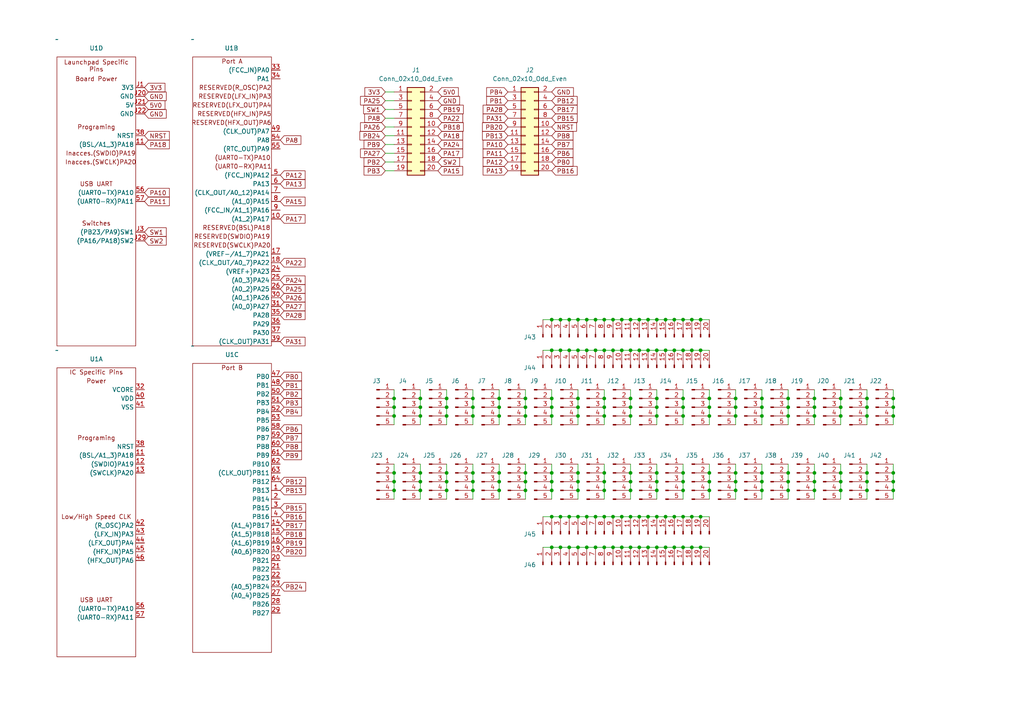
<source format=kicad_sch>
(kicad_sch (version 20230121) (generator eeschema)
  (paper "A4")
  (lib_symbols
    (symbol "Connector:Conn_01x05_Pin" (pin_names (offset 1.016) hide)
      (property "Reference" "J" (at 0 7.62 0))
      (property "Value" "Conn_01x05_Pin" (at 0 -7.62 0))
      (symbol "Conn_01x05_Pin_1_1"
        (pin passive line (at 5.08 5.08 180) (length 3.81) (name "Pin_1") (number "1"))
        (pin passive line (at 5.08 2.54 180) (length 3.81) (name "Pin_2") (number "2"))
        (pin passive line (at 5.08 0 180) (length 3.81) (name "Pin_3") (number "3"))
        (pin passive line (at 5.08 -2.54 180) (length 3.81) (name "Pin_4") (number "4"))
        (pin passive line (at 5.08 -5.08 180) (length 3.81) (name "Pin_5") (number "5"))
      )
    )
    (symbol "Connector:Conn_01x20_Pin" (pin_names (offset 1.016) hide)
      (property "Reference" "J" (at 0 25.4 0))
      (property "Value" "Conn_01x20_Pin" (at 0 -27.94 0))
      (symbol "Conn_01x20_Pin_1_1"
        (pin passive line (at 5.08 22.86 180) (length 3.81) (name "Pin_1") (number "1"))
        (pin passive line (at 5.08 0 180) (length 3.81) (name "Pin_10") (number "10"))
        (pin passive line (at 5.08 -2.54 180) (length 3.81) (name "Pin_11") (number "11"))
        (pin passive line (at 5.08 -5.08 180) (length 3.81) (name "Pin_12") (number "12"))
        (pin passive line (at 5.08 -7.62 180) (length 3.81) (name "Pin_13") (number "13"))
        (pin passive line (at 5.08 -10.16 180) (length 3.81) (name "Pin_14") (number "14"))
        (pin passive line (at 5.08 -12.7 180) (length 3.81) (name "Pin_15") (number "15"))
        (pin passive line (at 5.08 -15.24 180) (length 3.81) (name "Pin_16") (number "16"))
        (pin passive line (at 5.08 -17.78 180) (length 3.81) (name "Pin_17") (number "17"))
        (pin passive line (at 5.08 -20.32 180) (length 3.81) (name "Pin_18") (number "18"))
        (pin passive line (at 5.08 -22.86 180) (length 3.81) (name "Pin_19") (number "19"))
        (pin passive line (at 5.08 20.32 180) (length 3.81) (name "Pin_2") (number "2"))
        (pin passive line (at 5.08 -25.4 180) (length 3.81) (name "Pin_20") (number "20"))
        (pin passive line (at 5.08 17.78 180) (length 3.81) (name "Pin_3") (number "3"))
        (pin passive line (at 5.08 15.24 180) (length 3.81) (name "Pin_4") (number "4"))
        (pin passive line (at 5.08 12.7 180) (length 3.81) (name "Pin_5") (number "5"))
        (pin passive line (at 5.08 10.16 180) (length 3.81) (name "Pin_6") (number "6"))
        (pin passive line (at 5.08 7.62 180) (length 3.81) (name "Pin_7") (number "7"))
        (pin passive line (at 5.08 5.08 180) (length 3.81) (name "Pin_8") (number "8"))
        (pin passive line (at 5.08 2.54 180) (length 3.81) (name "Pin_9") (number "9"))
      )
    )
    (symbol "Connector_Generic:Conn_02x10_Odd_Even" (pin_names (offset 1.016) hide)
      (property "Reference" "J" (at 1.27 12.7 0))
      (property "Value" "Conn_02x10_Odd_Even" (at 1.27 -15.24 0))
      (symbol "Conn_02x10_Odd_Even_1_1"
        (pin passive line (at -5.08 10.16 0) (length 3.81) (name "Pin_1") (number "1"))
        (pin passive line (at 7.62 0 180) (length 3.81) (name "Pin_10") (number "10"))
        (pin passive line (at -5.08 -2.54 0) (length 3.81) (name "Pin_11") (number "11"))
        (pin passive line (at 7.62 -2.54 180) (length 3.81) (name "Pin_12") (number "12"))
        (pin passive line (at -5.08 -5.08 0) (length 3.81) (name "Pin_13") (number "13"))
        (pin passive line (at 7.62 -5.08 180) (length 3.81) (name "Pin_14") (number "14"))
        (pin passive line (at -5.08 -7.62 0) (length 3.81) (name "Pin_15") (number "15"))
        (pin passive line (at 7.62 -7.62 180) (length 3.81) (name "Pin_16") (number "16"))
        (pin passive line (at -5.08 -10.16 0) (length 3.81) (name "Pin_17") (number "17"))
        (pin passive line (at 7.62 -10.16 180) (length 3.81) (name "Pin_18") (number "18"))
        (pin passive line (at -5.08 -12.7 0) (length 3.81) (name "Pin_19") (number "19"))
        (pin passive line (at 7.62 10.16 180) (length 3.81) (name "Pin_2") (number "2"))
        (pin passive line (at 7.62 -12.7 180) (length 3.81) (name "Pin_20") (number "20"))
        (pin passive line (at -5.08 7.62 0) (length 3.81) (name "Pin_3") (number "3"))
        (pin passive line (at 7.62 7.62 180) (length 3.81) (name "Pin_4") (number "4"))
        (pin passive line (at -5.08 5.08 0) (length 3.81) (name "Pin_5") (number "5"))
        (pin passive line (at 7.62 5.08 180) (length 3.81) (name "Pin_6") (number "6"))
        (pin passive line (at -5.08 2.54 0) (length 3.81) (name "Pin_7") (number "7"))
        (pin passive line (at 7.62 2.54 180) (length 3.81) (name "Pin_8") (number "8"))
        (pin passive line (at -5.08 0 0) (length 3.81) (name "Pin_9") (number "9"))
      )
    )
    (symbol "ti_MSPM0G3507SPMx:TI_MSPM0_G3507_SPMx"
      (property "Reference" "U" (at 1.27 85.09 0))
      (symbol "TI_MSPM0_G3507_SPMx_1_1"
        (text "IC Specific Pins" (at 11.43 82.55 0) (effects (font (size 1.27 1.27))))
        (text "Low/High Speed CLK" (at 11.43 40.64 0) (effects (font (size 1.27 1.27))))
        (text "Power\n" (at 11.43 80.01 0) (effects (font (size 1.27 1.27))))
        (text "Programing" (at 11.43 63.5 0) (effects (font (size 1.27 1.27))))
        (text "USB UART" (at 11.43 16.51 0) (effects (font (size 1.27 1.27))))
        (pin bidirectional line (at 25.4 58.42 180) (length 2.54) (name "(BSL/A1_3)PA18") (number "11"))
        (pin bidirectional line (at 25.4 55.88 180) (length 2.54) (name "(SWDIO)PA19") (number "12"))
        (pin bidirectional line (at 25.4 53.34 180) (length 2.54) (name "(SWCLK)PA20") (number "13"))
        (pin bidirectional line (at 25.4 77.47 180) (length 2.54) (name "VCORE") (number "32"))
        (pin bidirectional line (at 25.4 60.96 180) (length 2.54) (name "NRST") (number "38"))
        (pin bidirectional line (at 25.4 74.93 180) (length 2.54) (name "VDD") (number "40"))
        (pin bidirectional line (at 25.4 72.39 180) (length 2.54) (name "VSS") (number "41"))
        (pin bidirectional line (at 25.4 38.1 180) (length 2.54) (name "(R_OSC)PA2") (number "42"))
        (pin bidirectional line (at 25.4 35.56 180) (length 2.54) (name "(LFX_IN)PA3") (number "43"))
        (pin bidirectional line (at 25.4 33.02 180) (length 2.54) (name "(LFX_OUT)PA4") (number "44"))
        (pin bidirectional line (at 25.4 30.48 180) (length 2.54) (name "(HFX_IN)PA5") (number "45"))
        (pin bidirectional line (at 25.4 27.94 180) (length 2.54) (name "(HFX_OUT)PA6") (number "46"))
        (pin bidirectional line (at 25.4 13.97 180) (length 2.54) (name "(UART0-TX)PA10") (number "56"))
        (pin bidirectional line (at 25.4 11.43 180) (length 2.54) (name "(UART0-RX)PA11") (number "57"))
      )
      (symbol "TI_MSPM0_G3507_SPMx_2_1"
        (text "(UART0-RX)PA11\n" (at 6.35 52.07 0) (effects (font (size 1.27 1.27)) (justify left)))
        (text "(UART0-TX)PA10" (at 6.35 54.61 0) (effects (font (size 1.27 1.27)) (justify left)))
        (text "Port A" (at 11.43 82.55 0) (effects (font (size 1.27 1.27))))
        (text "RESERVED(BSL)PA18\n" (at 12.7 34.29 0) (effects (font (size 1.27 1.27))))
        (text "RESERVED(HFX_IN)PA5" (at 22.86 67.31 0) (effects (font (size 1.27 1.27)) (justify right)))
        (text "RESERVED(HFX_OUT)PA6" (at 22.86 64.77 0) (effects (font (size 1.27 1.27)) (justify right)))
        (text "RESERVED(LFX_IN)PA3\n" (at 22.86 72.39 0) (effects (font (size 1.27 1.27)) (justify right)))
        (text "RESERVED(LFX_OUT)PA4\n" (at 22.86 69.85 0) (effects (font (size 1.27 1.27)) (justify right)))
        (text "RESERVED(R_OSC)PA2\n" (at 22.86 74.93 0) (effects (font (size 1.27 1.27)) (justify right)))
        (text "RESERVED(SWCLK)PA20" (at 11.43 29.21 0) (effects (font (size 1.27 1.27))))
        (text "RESERVED(SWDIO)PA19" (at 11.43 31.75 0) (effects (font (size 1.27 1.27))))
        (pin bidirectional line (at 25.4 36.83 180) (length 2.54) (name "(A1_2)PA17") (number "10"))
        (pin bidirectional line (at 25.4 26.67 180) (length 2.54) (name "(VREF-/A1_7)PA21") (number "17"))
        (pin bidirectional line (at 25.4 24.13 180) (length 2.54) (name "(CLK_OUT/A0_7)PA22") (number "18"))
        (pin bidirectional line (at 25.4 21.59 180) (length 2.54) (name "(VREF+)PA23") (number "24"))
        (pin bidirectional line (at 25.4 19.05 180) (length 2.54) (name "(A0_3)PA24") (number "25"))
        (pin bidirectional line (at 25.4 16.51 180) (length 2.54) (name "(A0_2)PA25") (number "26"))
        (pin bidirectional line (at 25.4 13.97 180) (length 2.54) (name "(A0_1)PA26") (number "30"))
        (pin bidirectional line (at 25.4 11.43 180) (length 2.54) (name "(A0_0)PA27") (number "31"))
        (pin bidirectional line (at 25.4 80.01 180) (length 2.54) (name "(FCC_IN)PA0") (number "33"))
        (pin bidirectional line (at 25.4 77.47 180) (length 2.54) (name "PA1") (number "34"))
        (pin bidirectional line (at 25.4 8.89 180) (length 2.54) (name "PA28") (number "35"))
        (pin bidirectional line (at 25.4 6.35 180) (length 2.54) (name "PA29") (number "36"))
        (pin bidirectional line (at 25.4 3.81 180) (length 2.54) (name "PA30") (number "37"))
        (pin bidirectional line (at 25.4 1.27 180) (length 2.54) (name "(CLK_OUT)PA31") (number "39"))
        (pin bidirectional line (at 25.4 62.23 180) (length 2.54) (name "(CLK_OUT)PA7") (number "49"))
        (pin bidirectional line (at 25.4 49.53 180) (length 2.54) (name "(FCC_IN)PA12") (number "5"))
        (pin bidirectional line (at 25.4 59.69 180) (length 2.54) (name "PA8") (number "54"))
        (pin bidirectional line (at 25.4 57.15 180) (length 2.54) (name "(RTC_OUT)PA9") (number "55"))
        (pin bidirectional line (at 25.4 46.99 180) (length 2.54) (name "PA13") (number "6"))
        (pin bidirectional line (at 25.4 44.45 180) (length 2.54) (name "(CLK_OUT/A0_12)PA14") (number "7"))
        (pin bidirectional line (at 25.4 41.91 180) (length 2.54) (name "(A1_0)PA15") (number "8"))
        (pin bidirectional line (at 25.4 39.37 180) (length 2.54) (name "(FCC_IN/A1_1)PA16") (number "9"))
      )
      (symbol "TI_MSPM0_G3507_SPMx_3_1"
        (text "Port B" (at 11.43 82.55 0) (effects (font (size 1.27 1.27))))
        (pin bidirectional line (at 25.4 46.99 180) (length 2.54) (name "PB13") (number "1"))
        (pin bidirectional line (at 25.4 36.83 180) (length 2.54) (name "(A1_4)PB17") (number "14"))
        (pin bidirectional line (at 25.4 34.29 180) (length 2.54) (name "(A1_5)PB18") (number "15"))
        (pin bidirectional line (at 25.4 31.75 180) (length 2.54) (name "(A1_6)PB19") (number "16"))
        (pin bidirectional line (at 25.4 29.21 180) (length 2.54) (name "(A0_6)PB20") (number "19"))
        (pin bidirectional line (at 25.4 44.45 180) (length 2.54) (name "PB14") (number "2"))
        (pin bidirectional line (at 25.4 26.67 180) (length 2.54) (name "PB21") (number "20"))
        (pin bidirectional line (at 25.4 24.13 180) (length 2.54) (name "PB22") (number "21"))
        (pin bidirectional line (at 25.4 21.59 180) (length 2.54) (name "PB23") (number "22"))
        (pin bidirectional line (at 25.4 19.05 180) (length 2.54) (name "(A0_5)PB24") (number "23"))
        (pin bidirectional line (at 25.4 16.51 180) (length 2.54) (name "(A0_4)PB25") (number "27"))
        (pin bidirectional line (at 25.4 13.97 180) (length 2.54) (name "PB26") (number "28"))
        (pin bidirectional line (at 25.4 11.43 180) (length 2.54) (name "PB27") (number "29"))
        (pin bidirectional line (at 25.4 41.91 180) (length 2.54) (name "PB15") (number "3"))
        (pin bidirectional line (at 25.4 39.37 180) (length 2.54) (name "PB16") (number "4"))
        (pin bidirectional line (at 25.4 80.01 180) (length 2.54) (name "PB0") (number "47"))
        (pin bidirectional line (at 25.4 77.47 180) (length 2.54) (name "PB1") (number "48"))
        (pin bidirectional line (at 25.4 74.93 180) (length 2.54) (name "PB2") (number "50"))
        (pin bidirectional line (at 25.4 72.39 180) (length 2.54) (name "PB3") (number "51"))
        (pin bidirectional line (at 25.4 69.85 180) (length 2.54) (name "PB4") (number "52"))
        (pin bidirectional line (at 25.4 67.31 180) (length 2.54) (name "PB5") (number "53"))
        (pin bidirectional line (at 25.4 64.77 180) (length 2.54) (name "PB6") (number "58"))
        (pin bidirectional line (at 25.4 62.23 180) (length 2.54) (name "PB7") (number "59"))
        (pin bidirectional line (at 25.4 59.69 180) (length 2.54) (name "PB8") (number "60"))
        (pin bidirectional line (at 25.4 57.15 180) (length 2.54) (name "PB9") (number "61"))
        (pin bidirectional line (at 25.4 54.61 180) (length 2.54) (name "PB10") (number "62"))
        (pin bidirectional line (at 25.4 52.07 180) (length 2.54) (name "(CLK_OUT)PB11") (number "63"))
        (pin bidirectional line (at 25.4 49.53 180) (length 2.54) (name "PB12") (number "64"))
      )
      (symbol "TI_MSPM0_G3507_SPMx_4_1"
        (text "Board Power" (at 11.43 77.47 0) (effects (font (size 1.27 1.27))))
        (text "Inacces.(SWCLK)PA20" (at 12.7 53.34 0) (effects (font (size 1.27 1.27))))
        (text "Inacces.(SWDIO)PA19" (at 12.7 55.88 0) (effects (font (size 1.27 1.27))))
        (text "Launchpad Specific\nPins" (at 11.43 81.28 0) (effects (font (size 1.27 1.27))))
        (text "Programing" (at 11.43 63.5 0) (effects (font (size 1.27 1.27))))
        (text "Switches" (at 11.43 35.56 0) (effects (font (size 1.27 1.27))))
        (text "USB UART" (at 11.43 46.99 0) (effects (font (size 1.27 1.27))))
        (pin bidirectional line (at 25.4 58.42 180) (length 2.54) (name "(BSL/A1_3)PA18") (number "11"))
        (pin bidirectional line (at 25.4 60.96 180) (length 2.54) (name "NRST") (number "38"))
        (pin bidirectional line (at 25.4 44.45 180) (length 2.54) (name "(UART0-TX)PA10") (number "56"))
        (pin bidirectional line (at 25.4 41.91 180) (length 2.54) (name "(UART0-RX)PA11") (number "57"))
        (pin bidirectional line (at 25.4 74.93 180) (length 2.54) (name "3V3") (number "J1"))
        (pin bidirectional line (at 25.4 72.39 180) (length 2.54) (name "GND") (number "J20"))
        (pin bidirectional line (at 25.4 69.85 180) (length 2.54) (name "5V") (number "J21"))
        (pin bidirectional line (at 25.4 67.31 180) (length 2.54) (name "GND") (number "J22"))
        (pin bidirectional line (at 25.4 30.48 180) (length 2.54) (name "(PA16/PA18)SW2") (number "J29"))
        (pin bidirectional line (at 25.4 33.02 180) (length 2.54) (name "(PB23/PA9)SW1") (number "J3"))
      )
    )
  )
  (junction (at 180.34 101.6))
  (junction (at 160.02 137.16))
  (junction (at 152.4 120.65))
  (junction (at 228.6 137.16))
  (junction (at 251.46 139.7))
  (junction (at 187.96 92.71))
  (junction (at 187.96 158.75))
  (junction (at 182.88 118.11))
  (junction (at 162.56 149.86))
  (junction (at 198.12 137.16))
  (junction (at 167.64 118.11))
  (junction (at 190.5 120.65))
  (junction (at 160.02 139.7))
  (junction (at 144.78 120.65))
  (junction (at 160.02 149.86))
  (junction (at 137.16 137.16))
  (junction (at 152.4 139.7))
  (junction (at 205.74 118.11))
  (junction (at 121.92 120.65))
  (junction (at 182.88 142.24))
  (junction (at 259.08 142.24))
  (junction (at 165.1 149.86))
  (junction (at 190.5 158.75))
  (junction (at 167.64 92.71))
  (junction (at 175.26 139.7))
  (junction (at 259.08 137.16))
  (junction (at 213.36 139.7))
  (junction (at 213.36 120.65))
  (junction (at 152.4 118.11))
  (junction (at 228.6 115.57))
  (junction (at 193.04 92.71))
  (junction (at 243.84 137.16))
  (junction (at 213.36 115.57))
  (junction (at 167.64 139.7))
  (junction (at 165.1 92.71))
  (junction (at 220.98 142.24))
  (junction (at 198.12 149.86))
  (junction (at 251.46 120.65))
  (junction (at 144.78 142.24))
  (junction (at 182.88 92.71))
  (junction (at 190.5 149.86))
  (junction (at 200.66 149.86))
  (junction (at 165.1 101.6))
  (junction (at 185.42 158.75))
  (junction (at 193.04 158.75))
  (junction (at 251.46 115.57))
  (junction (at 182.88 158.75))
  (junction (at 129.54 118.11))
  (junction (at 220.98 139.7))
  (junction (at 114.3 142.24))
  (junction (at 190.5 142.24))
  (junction (at 243.84 115.57))
  (junction (at 182.88 137.16))
  (junction (at 137.16 120.65))
  (junction (at 167.64 120.65))
  (junction (at 190.5 115.57))
  (junction (at 114.3 137.16))
  (junction (at 205.74 137.16))
  (junction (at 203.2 149.86))
  (junction (at 190.5 101.6))
  (junction (at 198.12 120.65))
  (junction (at 170.18 158.75))
  (junction (at 160.02 115.57))
  (junction (at 160.02 101.6))
  (junction (at 177.8 158.75))
  (junction (at 205.74 120.65))
  (junction (at 167.64 137.16))
  (junction (at 170.18 92.71))
  (junction (at 190.5 92.71))
  (junction (at 175.26 101.6))
  (junction (at 228.6 120.65))
  (junction (at 259.08 115.57))
  (junction (at 180.34 149.86))
  (junction (at 175.26 118.11))
  (junction (at 205.74 115.57))
  (junction (at 182.88 120.65))
  (junction (at 228.6 118.11))
  (junction (at 190.5 139.7))
  (junction (at 195.58 158.75))
  (junction (at 170.18 101.6))
  (junction (at 182.88 115.57))
  (junction (at 165.1 158.75))
  (junction (at 129.54 120.65))
  (junction (at 162.56 92.71))
  (junction (at 129.54 142.24))
  (junction (at 175.26 158.75))
  (junction (at 243.84 120.65))
  (junction (at 114.3 139.7))
  (junction (at 121.92 137.16))
  (junction (at 121.92 142.24))
  (junction (at 200.66 92.71))
  (junction (at 167.64 115.57))
  (junction (at 200.66 158.75))
  (junction (at 243.84 118.11))
  (junction (at 187.96 149.86))
  (junction (at 190.5 118.11))
  (junction (at 185.42 101.6))
  (junction (at 137.16 115.57))
  (junction (at 213.36 118.11))
  (junction (at 160.02 158.75))
  (junction (at 193.04 101.6))
  (junction (at 198.12 92.71))
  (junction (at 160.02 118.11))
  (junction (at 160.02 142.24))
  (junction (at 175.26 137.16))
  (junction (at 228.6 139.7))
  (junction (at 144.78 139.7))
  (junction (at 236.22 139.7))
  (junction (at 162.56 101.6))
  (junction (at 251.46 137.16))
  (junction (at 175.26 120.65))
  (junction (at 243.84 142.24))
  (junction (at 175.26 149.86))
  (junction (at 213.36 137.16))
  (junction (at 203.2 101.6))
  (junction (at 185.42 149.86))
  (junction (at 162.56 158.75))
  (junction (at 175.26 115.57))
  (junction (at 220.98 118.11))
  (junction (at 203.2 158.75))
  (junction (at 236.22 142.24))
  (junction (at 175.26 142.24))
  (junction (at 137.16 139.7))
  (junction (at 228.6 142.24))
  (junction (at 144.78 118.11))
  (junction (at 167.64 149.86))
  (junction (at 220.98 120.65))
  (junction (at 121.92 139.7))
  (junction (at 195.58 101.6))
  (junction (at 198.12 115.57))
  (junction (at 172.72 92.71))
  (junction (at 220.98 137.16))
  (junction (at 185.42 92.71))
  (junction (at 170.18 149.86))
  (junction (at 200.66 101.6))
  (junction (at 172.72 158.75))
  (junction (at 193.04 149.86))
  (junction (at 177.8 149.86))
  (junction (at 195.58 92.71))
  (junction (at 198.12 101.6))
  (junction (at 129.54 139.7))
  (junction (at 144.78 137.16))
  (junction (at 182.88 139.7))
  (junction (at 152.4 137.16))
  (junction (at 251.46 142.24))
  (junction (at 175.26 92.71))
  (junction (at 167.64 142.24))
  (junction (at 114.3 120.65))
  (junction (at 236.22 118.11))
  (junction (at 177.8 101.6))
  (junction (at 203.2 92.71))
  (junction (at 180.34 158.75))
  (junction (at 129.54 137.16))
  (junction (at 190.5 137.16))
  (junction (at 121.92 118.11))
  (junction (at 259.08 139.7))
  (junction (at 259.08 118.11))
  (junction (at 114.3 118.11))
  (junction (at 195.58 149.86))
  (junction (at 198.12 139.7))
  (junction (at 167.64 158.75))
  (junction (at 137.16 142.24))
  (junction (at 177.8 92.71))
  (junction (at 152.4 115.57))
  (junction (at 187.96 101.6))
  (junction (at 220.98 115.57))
  (junction (at 243.84 139.7))
  (junction (at 144.78 115.57))
  (junction (at 172.72 101.6))
  (junction (at 182.88 101.6))
  (junction (at 129.54 115.57))
  (junction (at 213.36 142.24))
  (junction (at 236.22 137.16))
  (junction (at 236.22 120.65))
  (junction (at 160.02 120.65))
  (junction (at 251.46 118.11))
  (junction (at 121.92 115.57))
  (junction (at 205.74 142.24))
  (junction (at 236.22 115.57))
  (junction (at 259.08 120.65))
  (junction (at 198.12 142.24))
  (junction (at 152.4 142.24))
  (junction (at 198.12 118.11))
  (junction (at 172.72 149.86))
  (junction (at 160.02 92.71))
  (junction (at 205.74 139.7))
  (junction (at 114.3 115.57))
  (junction (at 198.12 158.75))
  (junction (at 137.16 118.11))
  (junction (at 182.88 149.86))
  (junction (at 180.34 92.71))
  (junction (at 167.64 101.6))
  (wire (pts (xy 121.92 118.11) (xy 121.92 120.65)))
  (wire (pts (xy 187.96 158.75) (xy 190.5 158.75)))
  (wire (pts (xy 137.16 134.62) (xy 137.16 137.16)))
  (wire (pts (xy 198.12 118.11) (xy 198.12 120.65)))
  (wire (pts (xy 220.98 118.11) (xy 220.98 120.65)))
  (wire (pts (xy 167.64 149.86) (xy 170.18 149.86)))
  (wire (pts (xy 167.64 158.75) (xy 170.18 158.75)))
  (wire (pts (xy 182.88 120.65) (xy 182.88 123.19)))
  (wire (pts (xy 180.34 101.6) (xy 182.88 101.6)))
  (wire (pts (xy 177.8 149.86) (xy 180.34 149.86)))
  (wire (pts (xy 182.88 115.57) (xy 182.88 118.11)))
  (wire (pts (xy 187.96 101.6) (xy 190.5 101.6)))
  (wire (pts (xy 180.34 92.71) (xy 182.88 92.71)))
  (wire (pts (xy 236.22 118.11) (xy 236.22 120.65)))
  (wire (pts (xy 157.48 149.86) (xy 160.02 149.86)))
  (wire (pts (xy 162.56 158.75) (xy 165.1 158.75)))
  (wire (pts (xy 137.16 120.65) (xy 137.16 123.19)))
  (wire (pts (xy 243.84 142.24) (xy 243.84 144.78)))
  (wire (pts (xy 193.04 158.75) (xy 195.58 158.75)))
  (wire (pts (xy 220.98 139.7) (xy 220.98 142.24)))
  (wire (pts (xy 182.88 139.7) (xy 182.88 142.24)))
  (wire (pts (xy 152.4 139.7) (xy 152.4 142.24)))
  (wire (pts (xy 182.88 137.16) (xy 182.88 139.7)))
  (wire (pts (xy 152.4 137.16) (xy 152.4 139.7)))
  (wire (pts (xy 167.64 137.16) (xy 167.64 139.7)))
  (wire (pts (xy 144.78 115.57) (xy 144.78 118.11)))
  (wire (pts (xy 259.08 139.7) (xy 259.08 142.24)))
  (wire (pts (xy 193.04 101.6) (xy 195.58 101.6)))
  (wire (pts (xy 182.88 142.24) (xy 182.88 144.78)))
  (wire (pts (xy 213.36 120.65) (xy 213.36 123.19)))
  (wire (pts (xy 251.46 120.65) (xy 251.46 123.19)))
  (wire (pts (xy 182.88 149.86) (xy 185.42 149.86)))
  (wire (pts (xy 121.92 137.16) (xy 121.92 139.7)))
  (wire (pts (xy 175.26 120.65) (xy 175.26 123.19)))
  (wire (pts (xy 111.76 29.21) (xy 114.3 29.21)))
  (wire (pts (xy 205.74 134.62) (xy 205.74 137.16)))
  (wire (pts (xy 144.78 120.65) (xy 144.78 123.19)))
  (wire (pts (xy 121.92 134.62) (xy 121.92 137.16)))
  (wire (pts (xy 182.88 113.03) (xy 182.88 115.57)))
  (wire (pts (xy 251.46 137.16) (xy 251.46 139.7)))
  (wire (pts (xy 175.26 158.75) (xy 177.8 158.75)))
  (wire (pts (xy 220.98 120.65) (xy 220.98 123.19)))
  (wire (pts (xy 220.98 142.24) (xy 220.98 144.78)))
  (wire (pts (xy 152.4 113.03) (xy 152.4 115.57)))
  (wire (pts (xy 160.02 158.75) (xy 162.56 158.75)))
  (wire (pts (xy 167.64 101.6) (xy 170.18 101.6)))
  (wire (pts (xy 157.48 158.75) (xy 160.02 158.75)))
  (wire (pts (xy 167.64 115.57) (xy 167.64 118.11)))
  (wire (pts (xy 165.1 101.6) (xy 167.64 101.6)))
  (wire (pts (xy 162.56 92.71) (xy 165.1 92.71)))
  (wire (pts (xy 175.26 118.11) (xy 175.26 120.65)))
  (wire (pts (xy 185.42 92.71) (xy 187.96 92.71)))
  (wire (pts (xy 259.08 120.65) (xy 259.08 123.19)))
  (wire (pts (xy 152.4 118.11) (xy 152.4 120.65)))
  (wire (pts (xy 198.12 120.65) (xy 198.12 123.19)))
  (wire (pts (xy 200.66 149.86) (xy 203.2 149.86)))
  (wire (pts (xy 213.36 137.16) (xy 213.36 139.7)))
  (wire (pts (xy 243.84 134.62) (xy 243.84 137.16)))
  (wire (pts (xy 228.6 115.57) (xy 228.6 118.11)))
  (wire (pts (xy 152.4 134.62) (xy 152.4 137.16)))
  (wire (pts (xy 175.26 113.03) (xy 175.26 115.57)))
  (wire (pts (xy 228.6 139.7) (xy 228.6 142.24)))
  (wire (pts (xy 165.1 92.71) (xy 167.64 92.71)))
  (wire (pts (xy 259.08 137.16) (xy 259.08 139.7)))
  (wire (pts (xy 114.3 120.65) (xy 114.3 123.19)))
  (wire (pts (xy 259.08 142.24) (xy 259.08 144.78)))
  (wire (pts (xy 170.18 149.86) (xy 172.72 149.86)))
  (wire (pts (xy 203.2 92.71) (xy 205.74 92.71)))
  (wire (pts (xy 137.16 113.03) (xy 137.16 115.57)))
  (wire (pts (xy 243.84 115.57) (xy 243.84 118.11)))
  (wire (pts (xy 198.12 139.7) (xy 198.12 142.24)))
  (wire (pts (xy 114.3 115.57) (xy 114.3 118.11)))
  (wire (pts (xy 190.5 120.65) (xy 190.5 123.19)))
  (wire (pts (xy 213.36 118.11) (xy 213.36 120.65)))
  (wire (pts (xy 175.26 149.86) (xy 177.8 149.86)))
  (wire (pts (xy 198.12 101.6) (xy 200.66 101.6)))
  (wire (pts (xy 180.34 149.86) (xy 182.88 149.86)))
  (wire (pts (xy 167.64 120.65) (xy 167.64 123.19)))
  (wire (pts (xy 157.48 92.71) (xy 160.02 92.71)))
  (wire (pts (xy 182.88 118.11) (xy 182.88 120.65)))
  (wire (pts (xy 175.26 101.6) (xy 177.8 101.6)))
  (wire (pts (xy 111.76 49.53) (xy 114.3 49.53)))
  (wire (pts (xy 190.5 149.86) (xy 193.04 149.86)))
  (wire (pts (xy 200.66 101.6) (xy 203.2 101.6)))
  (wire (pts (xy 144.78 137.16) (xy 144.78 139.7)))
  (wire (pts (xy 152.4 142.24) (xy 152.4 144.78)))
  (wire (pts (xy 205.74 139.7) (xy 205.74 142.24)))
  (wire (pts (xy 200.66 158.75) (xy 203.2 158.75)))
  (wire (pts (xy 129.54 115.57) (xy 129.54 118.11)))
  (wire (pts (xy 137.16 142.24) (xy 137.16 144.78)))
  (wire (pts (xy 111.76 36.83) (xy 114.3 36.83)))
  (wire (pts (xy 228.6 113.03) (xy 228.6 115.57)))
  (wire (pts (xy 170.18 158.75) (xy 172.72 158.75)))
  (wire (pts (xy 251.46 118.11) (xy 251.46 120.65)))
  (wire (pts (xy 236.22 142.24) (xy 236.22 144.78)))
  (wire (pts (xy 190.5 92.71) (xy 193.04 92.71)))
  (wire (pts (xy 160.02 142.24) (xy 160.02 144.78)))
  (wire (pts (xy 190.5 113.03) (xy 190.5 115.57)))
  (wire (pts (xy 165.1 158.75) (xy 167.64 158.75)))
  (wire (pts (xy 177.8 92.71) (xy 180.34 92.71)))
  (wire (pts (xy 170.18 92.71) (xy 172.72 92.71)))
  (wire (pts (xy 114.3 118.11) (xy 114.3 120.65)))
  (wire (pts (xy 259.08 113.03) (xy 259.08 115.57)))
  (wire (pts (xy 259.08 134.62) (xy 259.08 137.16)))
  (wire (pts (xy 121.92 120.65) (xy 121.92 123.19)))
  (wire (pts (xy 160.02 139.7) (xy 160.02 142.24)))
  (wire (pts (xy 220.98 134.62) (xy 220.98 137.16)))
  (wire (pts (xy 243.84 137.16) (xy 243.84 139.7)))
  (wire (pts (xy 243.84 139.7) (xy 243.84 142.24)))
  (wire (pts (xy 198.12 142.24) (xy 198.12 144.78)))
  (wire (pts (xy 157.48 101.6) (xy 160.02 101.6)))
  (wire (pts (xy 160.02 134.62) (xy 160.02 137.16)))
  (wire (pts (xy 190.5 158.75) (xy 193.04 158.75)))
  (wire (pts (xy 198.12 92.71) (xy 200.66 92.71)))
  (wire (pts (xy 195.58 158.75) (xy 198.12 158.75)))
  (wire (pts (xy 243.84 120.65) (xy 243.84 123.19)))
  (wire (pts (xy 203.2 149.86) (xy 205.74 149.86)))
  (wire (pts (xy 167.64 92.71) (xy 170.18 92.71)))
  (wire (pts (xy 111.76 44.45) (xy 114.3 44.45)))
  (wire (pts (xy 177.8 158.75) (xy 180.34 158.75)))
  (wire (pts (xy 144.78 134.62) (xy 144.78 137.16)))
  (wire (pts (xy 129.54 142.24) (xy 129.54 144.78)))
  (wire (pts (xy 144.78 139.7) (xy 144.78 142.24)))
  (wire (pts (xy 129.54 120.65) (xy 129.54 123.19)))
  (wire (pts (xy 228.6 137.16) (xy 228.6 139.7)))
  (wire (pts (xy 175.26 92.71) (xy 177.8 92.71)))
  (wire (pts (xy 129.54 137.16) (xy 129.54 139.7)))
  (wire (pts (xy 121.92 113.03) (xy 121.92 115.57)))
  (wire (pts (xy 111.76 39.37) (xy 114.3 39.37)))
  (wire (pts (xy 198.12 149.86) (xy 200.66 149.86)))
  (wire (pts (xy 236.22 113.03) (xy 236.22 115.57)))
  (wire (pts (xy 111.76 41.91) (xy 114.3 41.91)))
  (wire (pts (xy 121.92 142.24) (xy 121.92 144.78)))
  (wire (pts (xy 182.88 158.75) (xy 185.42 158.75)))
  (wire (pts (xy 167.64 113.03) (xy 167.64 115.57)))
  (wire (pts (xy 220.98 113.03) (xy 220.98 115.57)))
  (wire (pts (xy 190.5 137.16) (xy 190.5 139.7)))
  (wire (pts (xy 182.88 101.6) (xy 185.42 101.6)))
  (wire (pts (xy 111.76 31.75) (xy 114.3 31.75)))
  (wire (pts (xy 203.2 101.6) (xy 205.74 101.6)))
  (wire (pts (xy 236.22 137.16) (xy 236.22 139.7)))
  (wire (pts (xy 162.56 101.6) (xy 165.1 101.6)))
  (wire (pts (xy 152.4 120.65) (xy 152.4 123.19)))
  (wire (pts (xy 213.36 139.7) (xy 213.36 142.24)))
  (wire (pts (xy 160.02 149.86) (xy 162.56 149.86)))
  (wire (pts (xy 129.54 139.7) (xy 129.54 142.24)))
  (wire (pts (xy 259.08 118.11) (xy 259.08 120.65)))
  (wire (pts (xy 251.46 113.03) (xy 251.46 115.57)))
  (wire (pts (xy 198.12 137.16) (xy 198.12 139.7)))
  (wire (pts (xy 114.3 134.62) (xy 114.3 137.16)))
  (wire (pts (xy 111.76 26.67) (xy 114.3 26.67)))
  (wire (pts (xy 187.96 149.86) (xy 190.5 149.86)))
  (wire (pts (xy 198.12 115.57) (xy 198.12 118.11)))
  (wire (pts (xy 243.84 113.03) (xy 243.84 115.57)))
  (wire (pts (xy 195.58 149.86) (xy 198.12 149.86)))
  (wire (pts (xy 160.02 101.6) (xy 162.56 101.6)))
  (wire (pts (xy 236.22 139.7) (xy 236.22 142.24)))
  (wire (pts (xy 129.54 118.11) (xy 129.54 120.65)))
  (wire (pts (xy 190.5 101.6) (xy 193.04 101.6)))
  (wire (pts (xy 213.36 134.62) (xy 213.36 137.16)))
  (wire (pts (xy 111.76 46.99) (xy 114.3 46.99)))
  (wire (pts (xy 111.76 34.29) (xy 114.3 34.29)))
  (wire (pts (xy 198.12 113.03) (xy 198.12 115.57)))
  (wire (pts (xy 251.46 115.57) (xy 251.46 118.11)))
  (wire (pts (xy 259.08 115.57) (xy 259.08 118.11)))
  (wire (pts (xy 144.78 142.24) (xy 144.78 144.78)))
  (wire (pts (xy 205.74 115.57) (xy 205.74 118.11)))
  (wire (pts (xy 185.42 149.86) (xy 187.96 149.86)))
  (wire (pts (xy 167.64 139.7) (xy 167.64 142.24)))
  (wire (pts (xy 160.02 113.03) (xy 160.02 115.57)))
  (wire (pts (xy 198.12 158.75) (xy 200.66 158.75)))
  (wire (pts (xy 190.5 115.57) (xy 190.5 118.11)))
  (wire (pts (xy 152.4 115.57) (xy 152.4 118.11)))
  (wire (pts (xy 185.42 158.75) (xy 187.96 158.75)))
  (wire (pts (xy 172.72 158.75) (xy 175.26 158.75)))
  (wire (pts (xy 160.02 120.65) (xy 160.02 123.19)))
  (wire (pts (xy 170.18 101.6) (xy 172.72 101.6)))
  (wire (pts (xy 200.66 92.71) (xy 203.2 92.71)))
  (wire (pts (xy 129.54 134.62) (xy 129.54 137.16)))
  (wire (pts (xy 205.74 113.03) (xy 205.74 115.57)))
  (wire (pts (xy 167.64 142.24) (xy 167.64 144.78)))
  (wire (pts (xy 251.46 134.62) (xy 251.46 137.16)))
  (wire (pts (xy 175.26 142.24) (xy 175.26 144.78)))
  (wire (pts (xy 175.26 139.7) (xy 175.26 142.24)))
  (wire (pts (xy 193.04 92.71) (xy 195.58 92.71)))
  (wire (pts (xy 114.3 139.7) (xy 114.3 142.24)))
  (wire (pts (xy 213.36 113.03) (xy 213.36 115.57)))
  (wire (pts (xy 203.2 158.75) (xy 205.74 158.75)))
  (wire (pts (xy 205.74 137.16) (xy 205.74 139.7)))
  (wire (pts (xy 137.16 115.57) (xy 137.16 118.11)))
  (wire (pts (xy 190.5 134.62) (xy 190.5 137.16)))
  (wire (pts (xy 236.22 134.62) (xy 236.22 137.16)))
  (wire (pts (xy 137.16 137.16) (xy 137.16 139.7)))
  (wire (pts (xy 129.54 113.03) (xy 129.54 115.57)))
  (wire (pts (xy 251.46 142.24) (xy 251.46 144.78)))
  (wire (pts (xy 213.36 142.24) (xy 213.36 144.78)))
  (wire (pts (xy 160.02 92.71) (xy 162.56 92.71)))
  (wire (pts (xy 160.02 115.57) (xy 160.02 118.11)))
  (wire (pts (xy 228.6 120.65) (xy 228.6 123.19)))
  (wire (pts (xy 162.56 149.86) (xy 165.1 149.86)))
  (wire (pts (xy 144.78 118.11) (xy 144.78 120.65)))
  (wire (pts (xy 195.58 101.6) (xy 198.12 101.6)))
  (wire (pts (xy 185.42 101.6) (xy 187.96 101.6)))
  (wire (pts (xy 205.74 118.11) (xy 205.74 120.65)))
  (wire (pts (xy 160.02 137.16) (xy 160.02 139.7)))
  (wire (pts (xy 167.64 118.11) (xy 167.64 120.65)))
  (wire (pts (xy 114.3 113.03) (xy 114.3 115.57)))
  (wire (pts (xy 172.72 101.6) (xy 175.26 101.6)))
  (wire (pts (xy 160.02 118.11) (xy 160.02 120.65)))
  (wire (pts (xy 193.04 149.86) (xy 195.58 149.86)))
  (wire (pts (xy 175.26 137.16) (xy 175.26 139.7)))
  (wire (pts (xy 121.92 139.7) (xy 121.92 142.24)))
  (wire (pts (xy 137.16 139.7) (xy 137.16 142.24)))
  (wire (pts (xy 236.22 115.57) (xy 236.22 118.11)))
  (wire (pts (xy 190.5 139.7) (xy 190.5 142.24)))
  (wire (pts (xy 213.36 115.57) (xy 213.36 118.11)))
  (wire (pts (xy 228.6 118.11) (xy 228.6 120.65)))
  (wire (pts (xy 205.74 142.24) (xy 205.74 144.78)))
  (wire (pts (xy 182.88 92.71) (xy 185.42 92.71)))
  (wire (pts (xy 220.98 137.16) (xy 220.98 139.7)))
  (wire (pts (xy 195.58 92.71) (xy 198.12 92.71)))
  (wire (pts (xy 198.12 134.62) (xy 198.12 137.16)))
  (wire (pts (xy 228.6 142.24) (xy 228.6 144.78)))
  (wire (pts (xy 251.46 139.7) (xy 251.46 142.24)))
  (wire (pts (xy 175.26 115.57) (xy 175.26 118.11)))
  (wire (pts (xy 137.16 118.11) (xy 137.16 120.65)))
  (wire (pts (xy 114.3 142.24) (xy 114.3 144.78)))
  (wire (pts (xy 165.1 149.86) (xy 167.64 149.86)))
  (wire (pts (xy 175.26 134.62) (xy 175.26 137.16)))
  (wire (pts (xy 243.84 118.11) (xy 243.84 120.65)))
  (wire (pts (xy 236.22 120.65) (xy 236.22 123.19)))
  (wire (pts (xy 205.74 120.65) (xy 205.74 123.19)))
  (wire (pts (xy 177.8 101.6) (xy 180.34 101.6)))
  (wire (pts (xy 121.92 115.57) (xy 121.92 118.11)))
  (wire (pts (xy 180.34 158.75) (xy 182.88 158.75)))
  (wire (pts (xy 190.5 118.11) (xy 190.5 120.65)))
  (wire (pts (xy 172.72 149.86) (xy 175.26 149.86)))
  (wire (pts (xy 220.98 115.57) (xy 220.98 118.11)))
  (wire (pts (xy 228.6 134.62) (xy 228.6 137.16)))
  (wire (pts (xy 187.96 92.71) (xy 190.5 92.71)))
  (wire (pts (xy 182.88 134.62) (xy 182.88 137.16)))
  (wire (pts (xy 144.78 113.03) (xy 144.78 115.57)))
  (wire (pts (xy 190.5 142.24) (xy 190.5 144.78)))
  (wire (pts (xy 167.64 134.62) (xy 167.64 137.16)))
  (wire (pts (xy 172.72 92.71) (xy 175.26 92.71)))
  (wire (pts (xy 114.3 137.16) (xy 114.3 139.7)))
  (global_label "5V0" (shape input) (at 41.91 30.48 0) (property "Intersheetrefs" "${INTERSHEET_REFS}" (effects hide)))
  (global_label "PA24" (shape input) (at 81.28 81.28 0) (property "Intersheetrefs" "${INTERSHEET_REFS}" (effects hide)))
  (global_label "NRST" (shape input) (at 41.91 39.37 0) (property "Intersheetrefs" "${INTERSHEET_REFS}" (effects hide)))
  (global_label "PB18" (shape input) (at 127 36.83 0) (property "Intersheetrefs" "${INTERSHEET_REFS}" (effects hide)))
  (global_label "PB8" (shape input) (at 81.28 129.54 0) (property "Intersheetrefs" "${INTERSHEET_REFS}" (effects hide)))
  (global_label "PA31" (shape input) (at 81.28 99.06 0) (property "Intersheetrefs" "${INTERSHEET_REFS}" (effects hide)))
  (global_label "PA25" (shape input) (at 111.76 29.21 180) (property "Intersheetrefs" "${INTERSHEET_REFS}" (effects hide)))
  (global_label "PB24" (shape input) (at 81.28 170.18 0) (property "Intersheetrefs" "${INTERSHEET_REFS}" (effects hide)))
  (global_label "PB6" (shape input) (at 81.28 124.46 0) (property "Intersheetrefs" "${INTERSHEET_REFS}" (effects hide)))
  (global_label "PB20" (shape input) (at 81.28 160.02 0) (property "Intersheetrefs" "${INTERSHEET_REFS}" (effects hide)))
  (global_label "GND" (shape input) (at 160.02 26.67 0) (property "Intersheetrefs" "${INTERSHEET_REFS}" (effects hide)))
  (global_label "PA26" (shape input) (at 81.28 86.36 0) (property "Intersheetrefs" "${INTERSHEET_REFS}" (effects hide)))
  (global_label "3V3" (shape input) (at 41.91 25.4 0) (property "Intersheetrefs" "${INTERSHEET_REFS}" (effects hide)))
  (global_label "PB3" (shape input) (at 81.28 116.84 0) (property "Intersheetrefs" "${INTERSHEET_REFS}" (effects hide)))
  (global_label "PB12" (shape input) (at 160.02 29.21 0) (property "Intersheetrefs" "${INTERSHEET_REFS}" (effects hide)))
  (global_label "PB12" (shape input) (at 81.28 139.7 0) (property "Intersheetrefs" "${INTERSHEET_REFS}" (effects hide)))
  (global_label "PA17" (shape input) (at 81.28 63.5 0) (property "Intersheetrefs" "${INTERSHEET_REFS}" (effects hide)))
  (global_label "GND" (shape input) (at 41.91 27.94 0) (property "Intersheetrefs" "${INTERSHEET_REFS}" (effects hide)))
  (global_label "PA11" (shape input) (at 147.32 44.45 180) (property "Intersheetrefs" "${INTERSHEET_REFS}" (effects hide)))
  (global_label "PB17" (shape input) (at 160.02 31.75 0) (property "Intersheetrefs" "${INTERSHEET_REFS}" (effects hide)))
  (global_label "PA15" (shape input) (at 81.28 58.42 0) (property "Intersheetrefs" "${INTERSHEET_REFS}" (effects hide)))
  (global_label "PB9" (shape input) (at 81.28 132.08 0) (property "Intersheetrefs" "${INTERSHEET_REFS}" (effects hide)))
  (global_label "PB1" (shape input) (at 81.28 111.76 0) (property "Intersheetrefs" "${INTERSHEET_REFS}" (effects hide)))
  (global_label "PB24" (shape input) (at 111.76 39.37 180) (property "Intersheetrefs" "${INTERSHEET_REFS}" (effects hide)))
  (global_label "PA18" (shape input) (at 41.91 41.91 0) (property "Intersheetrefs" "${INTERSHEET_REFS}" (effects hide)))
  (global_label "SW1" (shape input) (at 41.91 67.31 0) (property "Intersheetrefs" "${INTERSHEET_REFS}" (effects hide)))
  (global_label "PB2" (shape input) (at 111.76 46.99 180) (property "Intersheetrefs" "${INTERSHEET_REFS}" (effects hide)))
  (global_label "SW2" (shape input) (at 41.91 69.85 0) (property "Intersheetrefs" "${INTERSHEET_REFS}" (effects hide)))
  (global_label "PB2" (shape input) (at 81.28 114.3 0) (property "Intersheetrefs" "${INTERSHEET_REFS}" (effects hide)))
  (global_label "PA17" (shape input) (at 127 44.45 0) (property "Intersheetrefs" "${INTERSHEET_REFS}" (effects hide)))
  (global_label "GND" (shape input) (at 41.91 33.02 0) (property "Intersheetrefs" "${INTERSHEET_REFS}" (effects hide)))
  (global_label "PB7" (shape input) (at 160.02 41.91 0) (property "Intersheetrefs" "${INTERSHEET_REFS}" (effects hide)))
  (global_label "PA27" (shape input) (at 111.76 44.45 180) (property "Intersheetrefs" "${INTERSHEET_REFS}" (effects hide)))
  (global_label "PA13" (shape input) (at 147.32 49.53 180) (property "Intersheetrefs" "${INTERSHEET_REFS}" (effects hide)))
  (global_label "PA24" (shape input) (at 127 41.91 0) (property "Intersheetrefs" "${INTERSHEET_REFS}" (effects hide)))
  (global_label "PA12" (shape input) (at 81.28 50.8 0) (property "Intersheetrefs" "${INTERSHEET_REFS}" (effects hide)))
  (global_label "PA8" (shape input) (at 81.28 40.64 0) (property "Intersheetrefs" "${INTERSHEET_REFS}" (effects hide)))
  (global_label "PB8" (shape input) (at 160.02 39.37 0) (property "Intersheetrefs" "${INTERSHEET_REFS}" (effects hide)))
  (global_label "PA10" (shape input) (at 147.32 41.91 180) (property "Intersheetrefs" "${INTERSHEET_REFS}" (effects hide)))
  (global_label "3V3" (shape input) (at 111.76 26.67 180) (property "Intersheetrefs" "${INTERSHEET_REFS}" (effects hide)))
  (global_label "PB17" (shape input) (at 81.28 152.4 0) (property "Intersheetrefs" "${INTERSHEET_REFS}" (effects hide)))
  (global_label "PA28" (shape input) (at 147.32 31.75 180) (property "Intersheetrefs" "${INTERSHEET_REFS}" (effects hide)))
  (global_label "SW2" (shape input) (at 127 46.99 0) (property "Intersheetrefs" "${INTERSHEET_REFS}" (effects hide)))
  (global_label "PA27" (shape input) (at 81.28 88.9 0) (property "Intersheetrefs" "${INTERSHEET_REFS}" (effects hide)))
  (global_label "PB3" (shape input) (at 111.76 49.53 180) (property "Intersheetrefs" "${INTERSHEET_REFS}" (effects hide)))
  (global_label "NRST" (shape input) (at 160.02 36.83 0) (property "Intersheetrefs" "${INTERSHEET_REFS}" (effects hide)))
  (global_label "PA31" (shape input) (at 147.32 34.29 180) (property "Intersheetrefs" "${INTERSHEET_REFS}" (effects hide)))
  (global_label "PB20" (shape input) (at 147.32 36.83 180) (property "Intersheetrefs" "${INTERSHEET_REFS}" (effects hide)))
  (global_label "PA12" (shape input) (at 147.32 46.99 180) (property "Intersheetrefs" "${INTERSHEET_REFS}" (effects hide)))
  (global_label "PB4" (shape input) (at 147.32 26.67 180) (property "Intersheetrefs" "${INTERSHEET_REFS}" (effects hide)))
  (global_label "PB16" (shape input) (at 160.02 49.53 0) (property "Intersheetrefs" "${INTERSHEET_REFS}" (effects hide)))
  (global_label "PB13" (shape input) (at 147.32 39.37 180) (property "Intersheetrefs" "${INTERSHEET_REFS}" (effects hide)))
  (global_label "PA10" (shape input) (at 41.91 55.88 0) (property "Intersheetrefs" "${INTERSHEET_REFS}" (effects hide)))
  (global_label "PB6" (shape input) (at 160.02 44.45 0) (property "Intersheetrefs" "${INTERSHEET_REFS}" (effects hide)))
  (global_label "PA28" (shape input) (at 81.28 91.44 0) (property "Intersheetrefs" "${INTERSHEET_REFS}" (effects hide)))
  (global_label "GND" (shape input) (at 127 29.21 0) (property "Intersheetrefs" "${INTERSHEET_REFS}" (effects hide)))
  (global_label "PB13" (shape input) (at 81.28 142.24 0) (property "Intersheetrefs" "${INTERSHEET_REFS}" (effects hide)))
  (global_label "PB7" (shape input) (at 81.28 127 0) (property "Intersheetrefs" "${INTERSHEET_REFS}" (effects hide)))
  (global_label "PB0" (shape input) (at 160.02 46.99 0) (property "Intersheetrefs" "${INTERSHEET_REFS}" (effects hide)))
  (global_label "PB19" (shape input) (at 81.28 157.48 0) (property "Intersheetrefs" "${INTERSHEET_REFS}" (effects hide)))
  (global_label "PA26" (shape input) (at 111.76 36.83 180) (property "Intersheetrefs" "${INTERSHEET_REFS}" (effects hide)))
  (global_label "5V0" (shape input) (at 127 26.67 0) (property "Intersheetrefs" "${INTERSHEET_REFS}" (effects hide)))
  (global_label "PA18" (shape input) (at 127 39.37 0) (property "Intersheetrefs" "${INTERSHEET_REFS}" (effects hide)))
  (global_label "PB0" (shape input) (at 81.28 109.22 0) (property "Intersheetrefs" "${INTERSHEET_REFS}" (effects hide)))
  (global_label "PA22" (shape input) (at 127 34.29 0) (property "Intersheetrefs" "${INTERSHEET_REFS}" (effects hide)))
  (global_label "PA25" (shape input) (at 81.28 83.82 0) (property "Intersheetrefs" "${INTERSHEET_REFS}" (effects hide)))
  (global_label "PB16" (shape input) (at 81.28 149.86 0) (property "Intersheetrefs" "${INTERSHEET_REFS}" (effects hide)))
  (global_label "PB1" (shape input) (at 147.32 29.21 180) (property "Intersheetrefs" "${INTERSHEET_REFS}" (effects hide)))
  (global_label "PA15" (shape input) (at 127 49.53 0) (property "Intersheetrefs" "${INTERSHEET_REFS}" (effects hide)))
  (global_label "PB9" (shape input) (at 111.76 41.91 180) (property "Intersheetrefs" "${INTERSHEET_REFS}" (effects hide)))
  (global_label "PB4" (shape input) (at 81.28 119.38 0) (property "Intersheetrefs" "${INTERSHEET_REFS}" (effects hide)))
  (global_label "SW1" (shape input) (at 111.76 31.75 180) (property "Intersheetrefs" "${INTERSHEET_REFS}" (effects hide)))
  (global_label "PB18" (shape input) (at 81.28 154.94 0) (property "Intersheetrefs" "${INTERSHEET_REFS}" (effects hide)))
  (global_label "PB19" (shape input) (at 127 31.75 0) (property "Intersheetrefs" "${INTERSHEET_REFS}" (effects hide)))
  (global_label "PA11" (shape input) (at 41.91 58.42 0) (property "Intersheetrefs" "${INTERSHEET_REFS}" (effects hide)))
  (global_label "PB15" (shape input) (at 160.02 34.29 0) (property "Intersheetrefs" "${INTERSHEET_REFS}" (effects hide)))
  (global_label "PA8" (shape input) (at 111.76 34.29 180) (property "Intersheetrefs" "${INTERSHEET_REFS}" (effects hide)))
  (global_label "PB15" (shape input) (at 81.28 147.32 0) (property "Intersheetrefs" "${INTERSHEET_REFS}" (effects hide)))
  (global_label "PA22" (shape input) (at 81.28 76.2 0) (property "Intersheetrefs" "${INTERSHEET_REFS}" (effects hide)))
  (global_label "PA13" (shape input) (at 81.28 53.34 0) (property "Intersheetrefs" "${INTERSHEET_REFS}" (effects hide)))
  (symbol (lib_id "Connector:Conn_01x05_Pin") (at 246.38 118.11 0) (unit 1)
    (property "Reference" "J21" (at 246.38 110.49 0))
    (property "Value" "Conn_01x05_Pin" (effects hide))
  )
  (symbol (lib_id "Connector:Conn_01x05_Pin") (at 154.94 139.7 0) (unit 1)
    (property "Reference" "J29" (at 154.94 132.08 0))
    (property "Value" "Conn_01x05_Pin" (effects hide))
  )
  (symbol (lib_id "Connector:Conn_01x05_Pin") (at 223.52 118.11 0) (unit 1)
    (property "Reference" "J18" (at 223.52 110.49 0))
    (property "Value" "Conn_01x05_Pin" (effects hide))
  )
  (symbol (lib_id "Connector:Conn_01x05_Pin") (at 124.46 118.11 0) (unit 1)
    (property "Reference" "J5" (at 124.46 110.49 0))
    (property "Value" "Conn_01x05_Pin" (effects hide))
  )
  (symbol (lib_id "ti_MSPM0G3507SPMx:TI_MSPM0_G3507_SPMx") (at 55.88 189.23 0) (unit 3)
    (property "Reference" "U1" (at 67.31 102.87 0))
    (property "Value" "~" (at 55.88 100.33 0))
  )
  (symbol (lib_id "Connector:Conn_01x05_Pin") (at 254 118.11 0) (unit 1)
    (property "Reference" "J22" (at 254 110.49 0))
    (property "Value" "Conn_01x05_Pin" (effects hide))
  )
  (symbol (lib_id "Connector:Conn_01x05_Pin") (at 170.18 139.7 0) (unit 1)
    (property "Reference" "J31" (at 170.18 132.08 0))
    (property "Value" "Conn_01x05_Pin" (effects hide))
  )
  (symbol (lib_id "Connector:Conn_01x05_Pin") (at 162.56 118.11 0) (unit 1)
    (property "Reference" "J10" (at 162.56 110.49 0))
    (property "Value" "Conn_01x05_Pin" (effects hide))
  )
  (symbol (lib_id "Connector:Conn_01x05_Pin") (at 208.28 139.7 0) (unit 1)
    (property "Reference" "J36" (at 208.28 132.08 0))
    (property "Value" "Conn_01x05_Pin" (effects hide))
  )
  (symbol (lib_id "Connector:Conn_01x05_Pin") (at 215.9 139.7 0) (unit 1)
    (property "Reference" "J37" (at 215.9 132.08 0))
    (property "Value" "Conn_01x05_Pin" (effects hide))
  )
  (symbol (lib_id "Connector:Conn_01x05_Pin") (at 147.32 139.7 0) (unit 1)
    (property "Reference" "J28" (at 147.32 132.08 0))
    (property "Value" "Conn_01x05_Pin" (effects hide))
  )
  (symbol (lib_id "Connector:Conn_01x05_Pin") (at 200.66 139.7 0) (unit 1)
    (property "Reference" "J35" (at 200.66 132.08 0))
    (property "Value" "Conn_01x05_Pin" (effects hide))
  )
  (symbol (lib_id "Connector:Conn_01x05_Pin") (at 132.08 118.11 0) (unit 1)
    (property "Reference" "J6" (at 132.08 110.49 0))
    (property "Value" "Conn_01x05_Pin" (effects hide))
  )
  (symbol (lib_id "Connector:Conn_01x05_Pin") (at 116.84 118.11 0) (unit 1)
    (property "Reference" "J4" (at 116.84 110.49 0))
    (property "Value" "Conn_01x05_Pin" (effects hide))
  )
  (symbol (lib_id "Connector:Conn_01x05_Pin") (at 193.04 118.11 0) (unit 1)
    (property "Reference" "J14" (at 193.04 110.49 0))
    (property "Value" "Conn_01x05_Pin" (effects hide))
  )
  (symbol (lib_id "Connector:Conn_01x05_Pin") (at 200.66 118.11 0) (unit 1)
    (property "Reference" "J15" (at 200.66 110.49 0))
    (property "Value" "Conn_01x05_Pin" (effects hide))
  )
  (symbol (lib_id "Connector:Conn_01x05_Pin") (at 109.22 118.11 0) (unit 1)
    (property "Reference" "J3" (at 109.22 110.49 0))
    (property "Value" "Conn_01x05_Pin" (effects hide))
  )
  (symbol (lib_id "Connector:Conn_01x05_Pin") (at 177.8 139.7 0) (unit 1)
    (property "Reference" "J32" (at 177.8 132.08 0))
    (property "Value" "Conn_01x05_Pin" (effects hide))
  )
  (symbol (lib_id "Connector:Conn_01x05_Pin") (at 124.46 139.7 0) (unit 1)
    (property "Reference" "J25" (at 124.46 132.08 0))
    (property "Value" "Conn_01x05_Pin" (effects hide))
  )
  (symbol (lib_id "Connector:Conn_01x05_Pin") (at 223.52 139.7 0) (unit 1)
    (property "Reference" "J38" (at 223.52 132.08 0))
    (property "Value" "Conn_01x05_Pin" (effects hide))
  )
  (symbol (lib_id "Connector:Conn_01x20_Pin") (at 180.34 97.79 90) (unit 1)
    (property "Reference" "J43" (at 153.67 97.79 90))
    (property "Value" "Conn_01x20_Pin" (effects hide))
  )
  (symbol (lib_id "Connector:Conn_01x05_Pin") (at 162.56 139.7 0) (unit 1)
    (property "Reference" "J30" (at 162.56 132.08 0))
    (property "Value" "Conn_01x05_Pin" (effects hide))
  )
  (symbol (lib_id "Connector:Conn_01x05_Pin") (at 254 139.7 0) (unit 1)
    (property "Reference" "J42" (at 254 132.08 0))
    (property "Value" "Conn_01x05_Pin" (effects hide))
  )
  (symbol (lib_id "Connector:Conn_01x05_Pin") (at 139.7 118.11 0) (unit 1)
    (property "Reference" "J7" (at 139.7 110.49 0))
    (property "Value" "Conn_01x05_Pin" (effects hide))
  )
  (symbol (lib_id "Connector:Conn_01x05_Pin") (at 238.76 118.11 0) (unit 1)
    (property "Reference" "J20" (at 238.76 110.49 0))
    (property "Value" "Conn_01x05_Pin" (effects hide))
  )
  (symbol (lib_id "Connector:Conn_01x05_Pin") (at 185.42 118.11 0) (unit 1)
    (property "Reference" "J13" (at 185.42 110.49 0))
    (property "Value" "Conn_01x05_Pin" (effects hide))
  )
  (symbol (lib_id "Connector:Conn_01x05_Pin") (at 185.42 139.7 0) (unit 1)
    (property "Reference" "J33" (at 185.42 132.08 0))
    (property "Value" "Conn_01x05_Pin" (effects hide))
  )
  (symbol (lib_id "Connector:Conn_01x05_Pin") (at 154.94 118.11 0) (unit 1)
    (property "Reference" "J9" (at 154.94 110.49 0))
    (property "Value" "Conn_01x05_Pin" (effects hide))
  )
  (symbol (lib_id "Connector:Conn_01x05_Pin") (at 231.14 139.7 0) (unit 1)
    (property "Reference" "J39" (at 231.14 132.08 0))
    (property "Value" "Conn_01x05_Pin" (effects hide))
  )
  (symbol (lib_id "Connector:Conn_01x05_Pin") (at 193.04 139.7 0) (unit 1)
    (property "Reference" "J34" (at 193.04 132.08 0))
    (property "Value" "Conn_01x05_Pin" (effects hide))
  )
  (symbol (lib_id "Connector:Conn_01x05_Pin") (at 208.28 118.11 0) (unit 1)
    (property "Reference" "J16" (at 208.28 110.49 0))
    (property "Value" "Conn_01x05_Pin" (effects hide))
  )
  (symbol (lib_id "Connector:Conn_01x05_Pin") (at 246.38 139.7 0) (unit 1)
    (property "Reference" "J41" (at 246.38 132.08 0))
    (property "Value" "Conn_01x05_Pin" (effects hide))
  )
  (symbol (lib_id "ti_MSPM0G3507SPMx:TI_MSPM0_G3507_SPMx") (at 16.51 100.33 0) (unit 4)
    (property "Reference" "U1" (at 27.94 13.97 0))
    (property "Value" "~" (at 16.51 11.43 0))
  )
  (symbol (lib_id "Connector:Conn_01x05_Pin") (at 116.84 139.7 0) (unit 1)
    (property "Reference" "J24" (at 116.84 132.08 0))
    (property "Value" "Conn_01x05_Pin" (effects hide))
  )
  (symbol (lib_id "Connector:Conn_01x05_Pin") (at 238.76 139.7 0) (unit 1)
    (property "Reference" "J40" (at 238.76 132.08 0))
    (property "Value" "Conn_01x05_Pin" (effects hide))
  )
  (symbol (lib_id "ti_MSPM0G3507SPMx:TI_MSPM0_G3507_SPMx") (at 55.88 100.33 0) (unit 2)
    (property "Reference" "U1" (at 67.1588 13.97 0))
    (property "Value" "~" (at 55.88 11.43 0))
  )
  (symbol (lib_id "Connector:Conn_01x20_Pin") (at 180.34 154.94 90) (unit 1)
    (property "Reference" "J45" (at 153.67 154.94 90))
    (property "Value" "Conn_01x20_Pin" (effects hide))
  )
  (symbol (lib_id "Connector:Conn_01x20_Pin") (at 180.34 163.83 90) (unit 1)
    (property "Reference" "J46" (at 153.67 163.83 90))
    (property "Value" "Conn_01x20_Pin" (effects hide))
  )
  (symbol (lib_id "Connector:Conn_01x05_Pin") (at 215.9 118.11 0) (unit 1)
    (property "Reference" "J17" (at 215.9 110.49 0))
    (property "Value" "Conn_01x05_Pin" (effects hide))
  )
  (symbol (lib_id "Connector_Generic:Conn_02x10_Odd_Even") (at 152.4 36.83 0) (unit 1)
    (property "Reference" "J2" (at 153.67 20.32 0))
    (property "Value" "Conn_02x10_Odd_Even" (at 153.67 22.86 0))
  )
  (symbol (lib_id "Connector:Conn_01x05_Pin") (at 231.14 118.11 0) (unit 1)
    (property "Reference" "J19" (at 231.14 110.49 0))
    (property "Value" "Conn_01x05_Pin" (effects hide))
  )
  (symbol (lib_id "Connector:Conn_01x05_Pin") (at 109.22 139.7 0) (unit 1)
    (property "Reference" "J23" (at 109.22 132.08 0))
    (property "Value" "Conn_01x05_Pin" (effects hide))
  )
  (symbol (lib_id "ti_MSPM0G3507SPMx:TI_MSPM0_G3507_SPMx") (at 16.51 190.5 0) (unit 1)
    (property "Reference" "U1" (at 27.94 104.14 0))
    (property "Value" "~" (at 16.51 101.6 0))
  )
  (symbol (lib_id "Connector:Conn_01x05_Pin") (at 177.8 118.11 0) (unit 1)
    (property "Reference" "J12" (at 177.8 110.49 0))
    (property "Value" "Conn_01x05_Pin" (effects hide))
  )
  (symbol (lib_id "Connector:Conn_01x05_Pin") (at 170.18 118.11 0) (unit 1)
    (property "Reference" "J11" (at 170.18 110.49 0))
    (property "Value" "Conn_01x05_Pin" (effects hide))
  )
  (symbol (lib_id "Connector:Conn_01x05_Pin") (at 139.7 139.7 0) (unit 1)
    (property "Reference" "J27" (at 139.7 132.08 0))
    (property "Value" "Conn_01x05_Pin" (effects hide))
  )
  (symbol (lib_id "Connector:Conn_01x05_Pin") (at 147.32 118.11 0) (unit 1)
    (property "Reference" "J8" (at 147.32 110.49 0))
    (property "Value" "Conn_01x05_Pin" (effects hide))
  )
  (symbol (lib_id "Connector:Conn_01x20_Pin") (at 180.34 106.68 90) (unit 1)
    (property "Reference" "J44" (at 153.67 106.68 90))
    (property "Value" "Conn_01x20_Pin" (effects hide))
  )
  (symbol (lib_id "Connector_Generic:Conn_02x10_Odd_Even") (at 119.38 36.83 0) (unit 1)
    (property "Reference" "J1" (at 120.65 20.32 0))
    (property "Value" "Conn_02x10_Odd_Even" (at 120.65 22.86 0))
  )
  (symbol (lib_id "Connector:Conn_01x05_Pin") (at 132.08 139.7 0) (unit 1)
    (property "Reference" "J26" (at 132.08 132.08 0))
    (property "Value" "Conn_01x05_Pin" (effects hide))
  )
)
</source>
